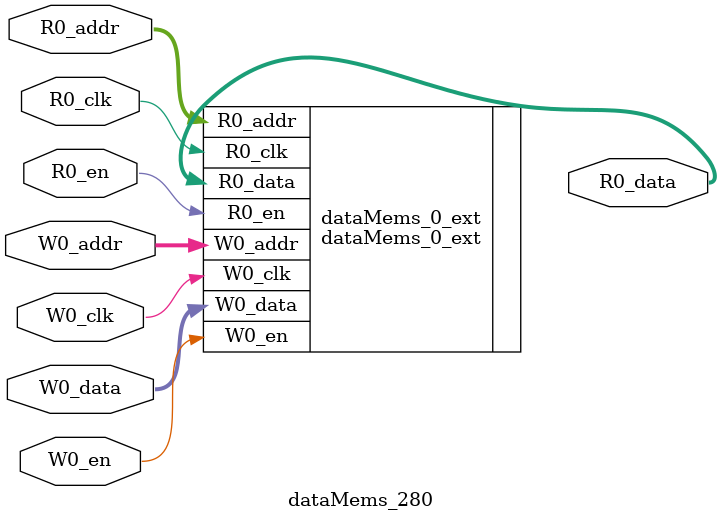
<source format=sv>
`ifndef RANDOMIZE
  `ifdef RANDOMIZE_REG_INIT
    `define RANDOMIZE
  `endif // RANDOMIZE_REG_INIT
`endif // not def RANDOMIZE
`ifndef RANDOMIZE
  `ifdef RANDOMIZE_MEM_INIT
    `define RANDOMIZE
  `endif // RANDOMIZE_MEM_INIT
`endif // not def RANDOMIZE

`ifndef RANDOM
  `define RANDOM $random
`endif // not def RANDOM

// Users can define 'PRINTF_COND' to add an extra gate to prints.
`ifndef PRINTF_COND_
  `ifdef PRINTF_COND
    `define PRINTF_COND_ (`PRINTF_COND)
  `else  // PRINTF_COND
    `define PRINTF_COND_ 1
  `endif // PRINTF_COND
`endif // not def PRINTF_COND_

// Users can define 'ASSERT_VERBOSE_COND' to add an extra gate to assert error printing.
`ifndef ASSERT_VERBOSE_COND_
  `ifdef ASSERT_VERBOSE_COND
    `define ASSERT_VERBOSE_COND_ (`ASSERT_VERBOSE_COND)
  `else  // ASSERT_VERBOSE_COND
    `define ASSERT_VERBOSE_COND_ 1
  `endif // ASSERT_VERBOSE_COND
`endif // not def ASSERT_VERBOSE_COND_

// Users can define 'STOP_COND' to add an extra gate to stop conditions.
`ifndef STOP_COND_
  `ifdef STOP_COND
    `define STOP_COND_ (`STOP_COND)
  `else  // STOP_COND
    `define STOP_COND_ 1
  `endif // STOP_COND
`endif // not def STOP_COND_

// Users can define INIT_RANDOM as general code that gets injected into the
// initializer block for modules with registers.
`ifndef INIT_RANDOM
  `define INIT_RANDOM
`endif // not def INIT_RANDOM

// If using random initialization, you can also define RANDOMIZE_DELAY to
// customize the delay used, otherwise 0.002 is used.
`ifndef RANDOMIZE_DELAY
  `define RANDOMIZE_DELAY 0.002
`endif // not def RANDOMIZE_DELAY

// Define INIT_RANDOM_PROLOG_ for use in our modules below.
`ifndef INIT_RANDOM_PROLOG_
  `ifdef RANDOMIZE
    `ifdef VERILATOR
      `define INIT_RANDOM_PROLOG_ `INIT_RANDOM
    `else  // VERILATOR
      `define INIT_RANDOM_PROLOG_ `INIT_RANDOM #`RANDOMIZE_DELAY begin end
    `endif // VERILATOR
  `else  // RANDOMIZE
    `define INIT_RANDOM_PROLOG_
  `endif // RANDOMIZE
`endif // not def INIT_RANDOM_PROLOG_

// Include register initializers in init blocks unless synthesis is set
`ifndef SYNTHESIS
  `ifndef ENABLE_INITIAL_REG_
    `define ENABLE_INITIAL_REG_
  `endif // not def ENABLE_INITIAL_REG_
`endif // not def SYNTHESIS

// Include rmemory initializers in init blocks unless synthesis is set
`ifndef SYNTHESIS
  `ifndef ENABLE_INITIAL_MEM_
    `define ENABLE_INITIAL_MEM_
  `endif // not def ENABLE_INITIAL_MEM_
`endif // not def SYNTHESIS

module dataMems_280(	// @[generators/ara/src/main/scala/UnsafeAXI4ToTL.scala:365:62]
  input  [4:0]  R0_addr,
  input         R0_en,
  input         R0_clk,
  output [66:0] R0_data,
  input  [4:0]  W0_addr,
  input         W0_en,
  input         W0_clk,
  input  [66:0] W0_data
);

  dataMems_0_ext dataMems_0_ext (	// @[generators/ara/src/main/scala/UnsafeAXI4ToTL.scala:365:62]
    .R0_addr (R0_addr),
    .R0_en   (R0_en),
    .R0_clk  (R0_clk),
    .R0_data (R0_data),
    .W0_addr (W0_addr),
    .W0_en   (W0_en),
    .W0_clk  (W0_clk),
    .W0_data (W0_data)
  );
endmodule


</source>
